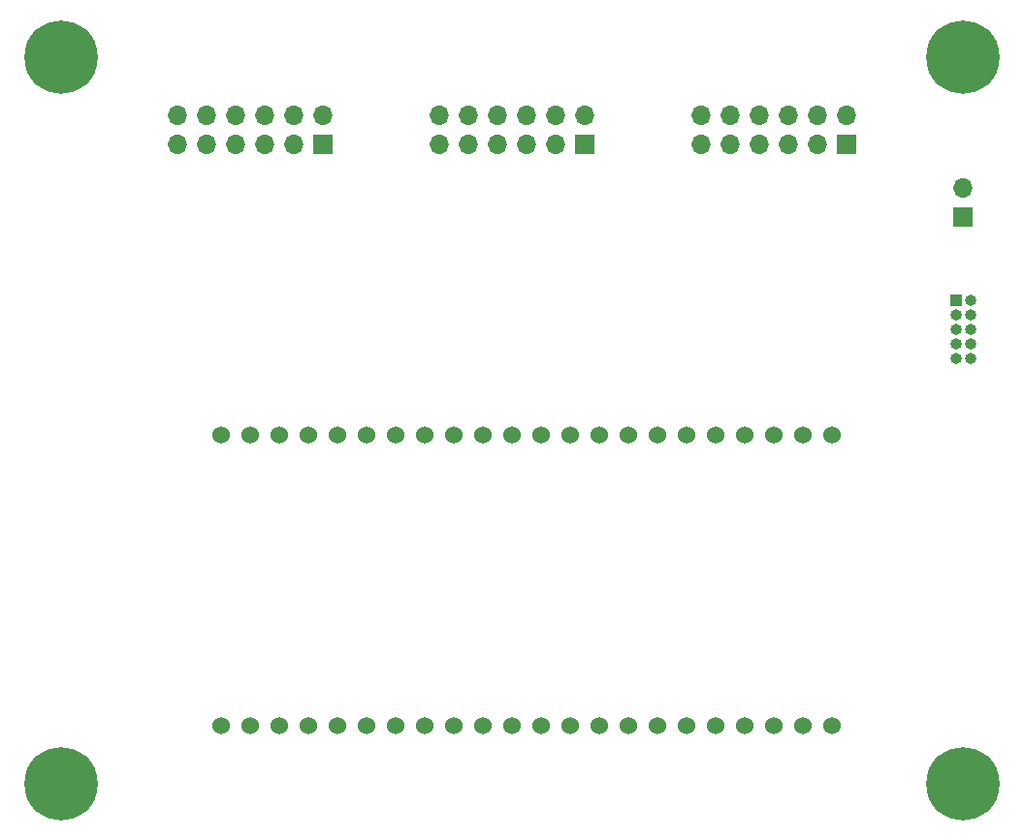
<source format=gbr>
%TF.GenerationSoftware,KiCad,Pcbnew,(6.0.10)*%
%TF.CreationDate,2023-01-05T13:46:32+01:00*%
%TF.ProjectId,pmod_esp32s3_baseboard,706d6f64-5f65-4737-9033-3273335f6261,rev?*%
%TF.SameCoordinates,Original*%
%TF.FileFunction,Soldermask,Bot*%
%TF.FilePolarity,Negative*%
%FSLAX46Y46*%
G04 Gerber Fmt 4.6, Leading zero omitted, Abs format (unit mm)*
G04 Created by KiCad (PCBNEW (6.0.10)) date 2023-01-05 13:46:32*
%MOMM*%
%LPD*%
G01*
G04 APERTURE LIST*
%ADD10R,1.700000X1.700000*%
%ADD11O,1.700000X1.700000*%
%ADD12C,0.800000*%
%ADD13C,6.400000*%
%ADD14R,1.000000X1.000000*%
%ADD15O,1.000000X1.000000*%
%ADD16C,1.524000*%
G04 APERTURE END LIST*
D10*
%TO.C,PMOD2*%
X96520000Y-30480000D03*
D11*
X96520000Y-27940000D03*
X93980000Y-30480000D03*
X93980000Y-27940000D03*
X91440000Y-30480000D03*
X91440000Y-27940000D03*
X88900000Y-30480000D03*
X88900000Y-27940000D03*
X86360000Y-30480000D03*
X86360000Y-27940000D03*
X83820000Y-30480000D03*
X83820000Y-27940000D03*
%TD*%
D10*
%TO.C,PMOD3*%
X119380000Y-30480000D03*
D11*
X119380000Y-27940000D03*
X116840000Y-30480000D03*
X116840000Y-27940000D03*
X114300000Y-30480000D03*
X114300000Y-27940000D03*
X111760000Y-30480000D03*
X111760000Y-27940000D03*
X109220000Y-30480000D03*
X109220000Y-27940000D03*
X106680000Y-30480000D03*
X106680000Y-27940000D03*
%TD*%
D10*
%TO.C,PMOD1*%
X73660000Y-30480000D03*
D11*
X73660000Y-27940000D03*
X71120000Y-30480000D03*
X71120000Y-27940000D03*
X68580000Y-30480000D03*
X68580000Y-27940000D03*
X66040000Y-30480000D03*
X66040000Y-27940000D03*
X63500000Y-30480000D03*
X63500000Y-27940000D03*
X60960000Y-30480000D03*
X60960000Y-27940000D03*
%TD*%
D12*
%TO.C,H3*%
X52497056Y-88057056D03*
X49102944Y-84662944D03*
X50800000Y-83960000D03*
X48400000Y-86360000D03*
X52497056Y-84662944D03*
X49102944Y-88057056D03*
X53200000Y-86360000D03*
D13*
X50800000Y-86360000D03*
D12*
X50800000Y-88760000D03*
%TD*%
%TO.C,H1*%
X50800000Y-20460000D03*
X52497056Y-24557056D03*
X50800000Y-25260000D03*
X53200000Y-22860000D03*
X48400000Y-22860000D03*
X52497056Y-21162944D03*
X49102944Y-24557056D03*
D13*
X50800000Y-22860000D03*
D12*
X49102944Y-21162944D03*
%TD*%
D10*
%TO.C,J1*%
X129540000Y-36830000D03*
D11*
X129540000Y-34290000D03*
%TD*%
D12*
%TO.C,H4*%
X131237056Y-84662944D03*
X127842944Y-88057056D03*
D13*
X129540000Y-86360000D03*
D12*
X127140000Y-86360000D03*
X129540000Y-88760000D03*
X131237056Y-88057056D03*
X127842944Y-84662944D03*
X131940000Y-86360000D03*
X129540000Y-83960000D03*
%TD*%
D14*
%TO.C,J2*%
X128915000Y-44122500D03*
D15*
X130185000Y-44122500D03*
X128915000Y-45392500D03*
X130185000Y-45392500D03*
X128915000Y-46662500D03*
X130185000Y-46662500D03*
X128915000Y-47932500D03*
X130185000Y-47932500D03*
X128915000Y-49202500D03*
X130185000Y-49202500D03*
%TD*%
D12*
%TO.C,H2*%
X131237056Y-21162944D03*
X131237056Y-24557056D03*
X127842944Y-21162944D03*
D13*
X129540000Y-22860000D03*
D12*
X129540000Y-25260000D03*
X131940000Y-22860000D03*
X129540000Y-20460000D03*
X127140000Y-22860000D03*
X127842944Y-24557056D03*
%TD*%
D16*
%TO.C,U1*%
X64770000Y-81280000D03*
X67310000Y-81280000D03*
X69850000Y-81280000D03*
X72390000Y-81280000D03*
X74930000Y-81280000D03*
X77470000Y-81280000D03*
X80010000Y-81280000D03*
X82550000Y-81280000D03*
X85090000Y-81280000D03*
X87630000Y-81280000D03*
X90170000Y-81280000D03*
X92710000Y-81280000D03*
X95250000Y-81280000D03*
X97790000Y-81280000D03*
X100330000Y-81280000D03*
X102870000Y-81280000D03*
X105410000Y-81280000D03*
X107950000Y-81280000D03*
X110490000Y-81280000D03*
X113030000Y-81280000D03*
X115570000Y-81280000D03*
X118110000Y-81280000D03*
X118110000Y-55880000D03*
X115570000Y-55880000D03*
X113030000Y-55880000D03*
X110490000Y-55880000D03*
X107950000Y-55880000D03*
X105410000Y-55880000D03*
X102870000Y-55880000D03*
X100330000Y-55880000D03*
X97790000Y-55880000D03*
X95250000Y-55880000D03*
X92710000Y-55880000D03*
X90170000Y-55880000D03*
X87630000Y-55880000D03*
X85090000Y-55880000D03*
X82550000Y-55880000D03*
X80010000Y-55880000D03*
X77470000Y-55880000D03*
X74930000Y-55880000D03*
X72390000Y-55880000D03*
X69850000Y-55880000D03*
X67310000Y-55880000D03*
X64770000Y-55880000D03*
%TD*%
M02*

</source>
